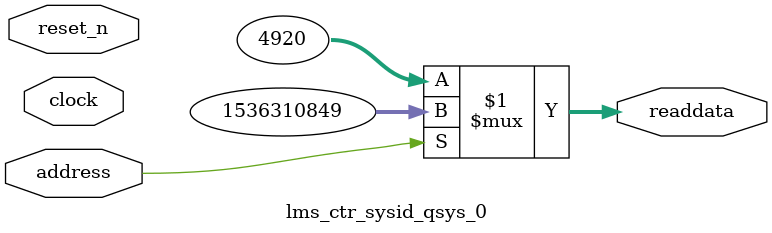
<source format=v>



// synthesis translate_off
`timescale 1ns / 1ps
// synthesis translate_on

// turn off superfluous verilog processor warnings 
// altera message_level Level1 
// altera message_off 10034 10035 10036 10037 10230 10240 10030 

module lms_ctr_sysid_qsys_0 (
               // inputs:
                address,
                clock,
                reset_n,

               // outputs:
                readdata
             )
;

  output  [ 31: 0] readdata;
  input            address;
  input            clock;
  input            reset_n;

  wire    [ 31: 0] readdata;
  //control_slave, which is an e_avalon_slave
  assign readdata = address ? 1536310849 : 4920;

endmodule



</source>
